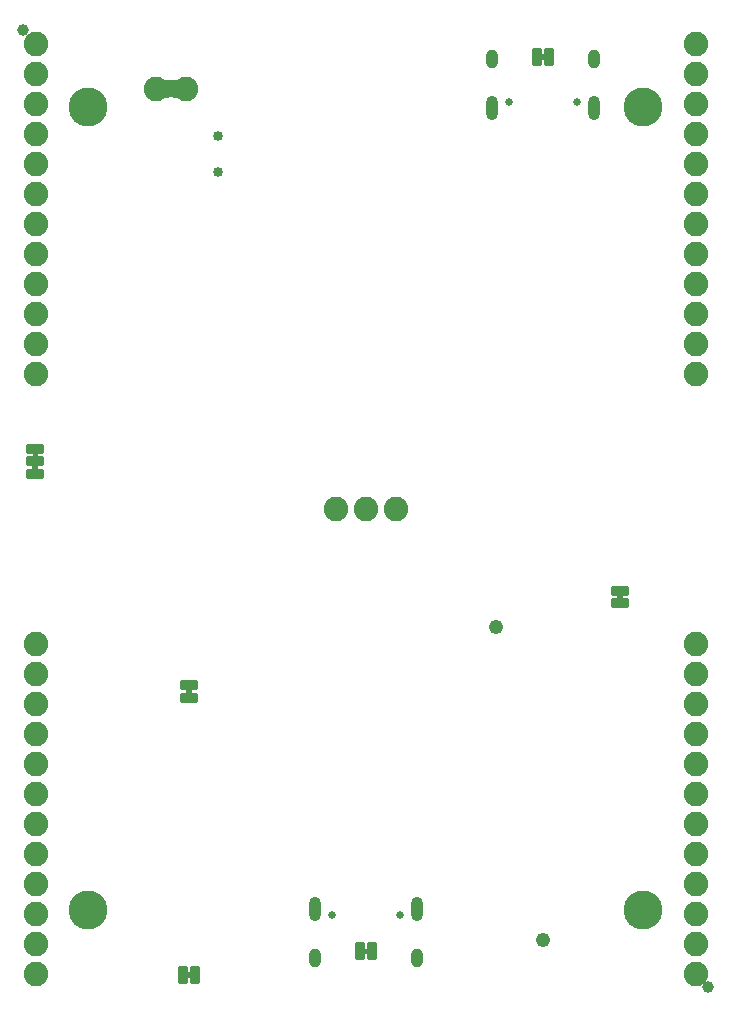
<source format=gbs>
%TF.GenerationSoftware,KiCad,Pcbnew,8.0.3*%
%TF.CreationDate,2024-07-24T15:17:42-06:00*%
%TF.ProjectId,SparkFun_IoT_Node_LoRaWAN,53706172-6b46-4756-9e5f-496f545f4e6f,v02*%
%TF.SameCoordinates,Original*%
%TF.FileFunction,Soldermask,Bot*%
%TF.FilePolarity,Negative*%
%FSLAX46Y46*%
G04 Gerber Fmt 4.6, Leading zero omitted, Abs format (unit mm)*
G04 Created by KiCad (PCBNEW 8.0.3) date 2024-07-24 15:17:42*
%MOMM*%
%LPD*%
G01*
G04 APERTURE LIST*
G04 Aperture macros list*
%AMRoundRect*
0 Rectangle with rounded corners*
0 $1 Rounding radius*
0 $2 $3 $4 $5 $6 $7 $8 $9 X,Y pos of 4 corners*
0 Add a 4 corners polygon primitive as box body*
4,1,4,$2,$3,$4,$5,$6,$7,$8,$9,$2,$3,0*
0 Add four circle primitives for the rounded corners*
1,1,$1+$1,$2,$3*
1,1,$1+$1,$4,$5*
1,1,$1+$1,$6,$7*
1,1,$1+$1,$8,$9*
0 Add four rect primitives between the rounded corners*
20,1,$1+$1,$2,$3,$4,$5,0*
20,1,$1+$1,$4,$5,$6,$7,0*
20,1,$1+$1,$6,$7,$8,$9,0*
20,1,$1+$1,$8,$9,$2,$3,0*%
G04 Aperture macros list end*
%ADD10C,0.000000*%
%ADD11C,3.302000*%
%ADD12C,2.082800*%
%ADD13C,1.000000*%
%ADD14RoundRect,0.101600X0.330200X0.635000X-0.330200X0.635000X-0.330200X-0.635000X0.330200X-0.635000X0*%
%ADD15RoundRect,0.609600X0.000010X0.000010X-0.000010X0.000010X-0.000010X-0.000010X0.000010X-0.000010X0*%
%ADD16RoundRect,0.101600X-0.330200X-0.635000X0.330200X-0.635000X0.330200X0.635000X-0.330200X0.635000X0*%
%ADD17C,0.850000*%
%ADD18RoundRect,0.101600X0.635000X-0.330200X0.635000X0.330200X-0.635000X0.330200X-0.635000X-0.330200X0*%
%ADD19RoundRect,0.101600X-0.317500X-0.635000X0.317500X-0.635000X0.317500X0.635000X-0.317500X0.635000X0*%
%ADD20RoundRect,0.101600X-0.635000X0.330200X-0.635000X-0.330200X0.635000X-0.330200X0.635000X0.330200X0*%
%ADD21C,0.650000*%
%ADD22O,1.000000X1.600000*%
%ADD23O,1.000000X2.100000*%
G04 APERTURE END LIST*
D10*
%TO.C,JP1*%
G36*
X254000Y-37740500D02*
G01*
X-254000Y-37740500D01*
X-254000Y-37259500D01*
X254000Y-37259500D01*
X254000Y-37740500D01*
G37*
%TO.C,JP3*%
G36*
X15254000Y38009500D02*
G01*
X14746000Y38009500D01*
X14746000Y38490500D01*
X15254000Y38490500D01*
X15254000Y38009500D01*
G37*
%TO.C,JP6*%
G36*
X-14746000Y-39740500D02*
G01*
X-15254000Y-39740500D01*
X-15254000Y-39259500D01*
X-14746000Y-39259500D01*
X-14746000Y-39740500D01*
G37*
%TO.C,JP4*%
G36*
X21740500Y-7754000D02*
G01*
X21259500Y-7754000D01*
X21259500Y-7246000D01*
X21740500Y-7246000D01*
X21740500Y-7754000D01*
G37*
%TO.C,JP2*%
G36*
X-16256000Y34836100D02*
G01*
X-16764000Y34836100D01*
X-16764000Y36283900D01*
X-16256000Y36283900D01*
X-16256000Y34836100D01*
G37*
%TO.C,JP7*%
G36*
X-27759500Y3225300D02*
G01*
X-28240500Y3225300D01*
X-28240500Y3733300D01*
X-27759500Y3733300D01*
X-27759500Y3225300D01*
G37*
G36*
X-27736500Y4258000D02*
G01*
X-28217500Y4258000D01*
X-28217500Y4766000D01*
X-27736500Y4766000D01*
X-27736500Y4258000D01*
G37*
%TO.C,JP5*%
G36*
X-14759500Y-15754000D02*
G01*
X-15240500Y-15754000D01*
X-15240500Y-15246000D01*
X-14759500Y-15246000D01*
X-14759500Y-15754000D01*
G37*
%TD*%
D11*
%TO.C,ST2*%
X23500000Y-34000000D03*
%TD*%
%TO.C,ST4*%
X-23500000Y34000000D03*
%TD*%
%TO.C,ST1*%
X-23500000Y-34000000D03*
%TD*%
%TO.C,ST3*%
X23500000Y34000000D03*
%TD*%
D12*
%TO.C,J8*%
X27940000Y11430000D03*
X27940000Y13970000D03*
X27940000Y16510000D03*
X27940000Y19050000D03*
X27940000Y21590000D03*
X27940000Y24130000D03*
X27940000Y26670000D03*
X27940000Y29210000D03*
X27940000Y31750000D03*
X27940000Y34290000D03*
X27940000Y36830000D03*
X27940000Y39370000D03*
%TD*%
%TO.C,J6*%
X-27940000Y39370000D03*
X-27940000Y36830000D03*
X-27940000Y34290000D03*
X-27940000Y31750000D03*
X-27940000Y29210000D03*
X-27940000Y26670000D03*
X-27940000Y24130000D03*
X-27940000Y21590000D03*
X-27940000Y19050000D03*
X-27940000Y16510000D03*
X-27940000Y13970000D03*
X-27940000Y11430000D03*
%TD*%
D13*
%TO.C,FID3*%
X-29000000Y40500000D03*
%TD*%
D14*
%TO.C,JP1*%
X520700Y-37500000D03*
X-520700Y-37500000D03*
%TD*%
D15*
%TO.C,TP2*%
X11000000Y-10000000D03*
%TD*%
D13*
%TO.C,FID2*%
X29000000Y-40500000D03*
%TD*%
D15*
%TO.C,TP1*%
X15000000Y-36500000D03*
%TD*%
D16*
%TO.C,JP3*%
X14479300Y38250000D03*
X15520700Y38250000D03*
%TD*%
%TO.C,JP6*%
X-15520700Y-39500000D03*
X-14479300Y-39500000D03*
%TD*%
D17*
%TO.C,SW1*%
X-12500000Y31500000D03*
X-12500000Y28500000D03*
%TD*%
D18*
%TO.C,JP4*%
X21500000Y-8020700D03*
X21500000Y-6979300D03*
%TD*%
D12*
%TO.C,JP2*%
X-17780000Y35560000D03*
D19*
X-17018000Y35560000D03*
X-16002000Y35560000D03*
D12*
X-15240000Y35560000D03*
%TD*%
D18*
%TO.C,JP7*%
X-28000000Y2958600D03*
X-28000000Y4000000D03*
D20*
X-28000000Y5041400D03*
%TD*%
D18*
%TO.C,JP5*%
X-15000000Y-16020700D03*
X-15000000Y-14979300D03*
%TD*%
D12*
%TO.C,J7*%
X27940000Y-11430000D03*
X27940000Y-13970000D03*
X27940000Y-16510000D03*
X27940000Y-19050000D03*
X27940000Y-21590000D03*
X27940000Y-24130000D03*
X27940000Y-26670000D03*
X27940000Y-29210000D03*
X27940000Y-31750000D03*
X27940000Y-34290000D03*
X27940000Y-36830000D03*
X27940000Y-39370000D03*
%TD*%
%TO.C,J5*%
X-27940000Y-11430000D03*
X-27940000Y-13970000D03*
X-27940000Y-16510000D03*
X-27940000Y-19050000D03*
X-27940000Y-21590000D03*
X-27940000Y-24130000D03*
X-27940000Y-26670000D03*
X-27940000Y-29210000D03*
X-27940000Y-31750000D03*
X-27940000Y-34290000D03*
X-27940000Y-36830000D03*
X-27940000Y-39370000D03*
%TD*%
D21*
%TO.C,J1*%
X-2890000Y-34445000D03*
X2890000Y-34445000D03*
D22*
X-4318000Y-38095000D03*
D23*
X-4318000Y-33915000D03*
X4318000Y-33915000D03*
D22*
X4318000Y-38095000D03*
%TD*%
D21*
%TO.C,J3*%
X17890000Y34445000D03*
X12110000Y34445000D03*
D22*
X19318000Y38095000D03*
D23*
X19318000Y33915000D03*
X10682000Y33915000D03*
D22*
X10682000Y38095000D03*
%TD*%
D12*
%TO.C,J2*%
X2540000Y0D03*
X0Y0D03*
X-2540000Y0D03*
%TD*%
M02*

</source>
